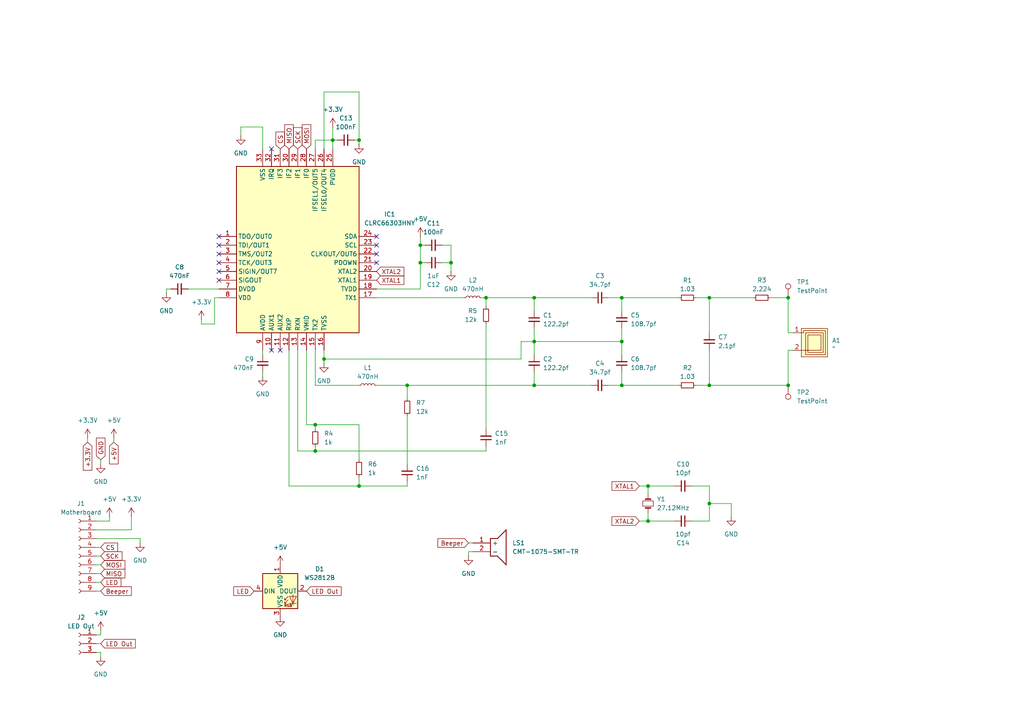
<source format=kicad_sch>
(kicad_sch (version 20250114) (generator "eeschema") (generator_version "9.0")
  (paper "A4")
  (lib_symbols
    (symbol "CLRC663:CLRC66303HNY"
      (property "Reference" "IC" (at 41.91 25.4 0))
      (property "Value" "CLRC66303HNY" (at 41.91 22.86 0))
      (symbol "CLRC66303HNY_1_1"
        (rectangle (start 5.08 20.32) (end 40.64 -27.94) (stroke (width 0.254)) (fill (type background)))
        (pin output line (at 0 0 0) (length 5.08) (name "TDO/OUT0") (number "1"))
        (pin input line (at 0 -2.54 0) (length 5.08) (name "TDI/OUT1") (number "2"))
        (pin input line (at 0 -5.08 0) (length 5.08) (name "TMS/OUT2") (number "3"))
        (pin input line (at 0 -7.62 0) (length 5.08) (name "TCK/OUT3") (number "4"))
        (pin bidirectional line (at 0 -10.16 0) (length 5.08) (name "SIGIN/OUT7") (number "5"))
        (pin output line (at 0 -12.7 0) (length 5.08) (name "SIGOUT") (number "6"))
        (pin power_in line (at 0 -15.24 0) (length 5.08) (name "DVDD") (number "7"))
        (pin power_in line (at 0 -17.78 0) (length 5.08) (name "VDD") (number "8"))
        (pin power_in line (at 12.7 25.4 270) (length 5.08) (name "VSS") (number "33"))
        (pin power_in line (at 12.7 -33.02 90) (length 5.08) (name "AVDD") (number "9"))
        (pin output line (at 15.24 25.4 270) (length 5.08) (name "IRQ") (number "32"))
        (pin output line (at 15.24 -33.02 90) (length 5.08) (name "AUX1") (number "10"))
        (pin bidirectional line (at 17.78 25.4 270) (length 5.08) (name "IF3") (number "31"))
        (pin output line (at 17.78 -33.02 90) (length 5.08) (name "AUX2") (number "11"))
        (pin bidirectional line (at 20.32 25.4 270) (length 5.08) (name "IF2") (number "30"))
        (pin input line (at 20.32 -33.02 90) (length 5.08) (name "RXP") (number "12"))
        (pin bidirectional line (at 22.86 25.4 270) (length 5.08) (name "IF1") (number "29"))
        (pin input line (at 22.86 -33.02 90) (length 5.08) (name "RXN") (number "13"))
        (pin bidirectional line (at 25.4 25.4 270) (length 5.08) (name "IF0") (number "28"))
        (pin power_in line (at 25.4 -33.02 90) (length 5.08) (name "VMID") (number "14"))
        (pin input line (at 27.94 25.4 270) (length 5.08) (name "IFSEL1/OUT5") (number "27"))
        (pin output line (at 27.94 -33.02 90) (length 5.08) (name "TX2") (number "15"))
        (pin input line (at 30.48 25.4 270) (length 5.08) (name "IFSEL0/OUT4") (number "26"))
        (pin power_in line (at 30.48 -33.02 90) (length 5.08) (name "TVSS") (number "16"))
        (pin power_in line (at 33.02 25.4 270) (length 5.08) (name "PVDD") (number "25"))
        (pin bidirectional line (at 45.72 0 180) (length 5.08) (name "SDA") (number "24"))
        (pin output line (at 45.72 -2.54 180) (length 5.08) (name "SCL") (number "23"))
        (pin output line (at 45.72 -5.08 180) (length 5.08) (name "CLKOUT/OUT6") (number "22"))
        (pin input line (at 45.72 -7.62 180) (length 5.08) (name "PDOWN") (number "21"))
        (pin input line (at 45.72 -10.16 180) (length 5.08) (name "XTAL2") (number "20"))
        (pin input line (at 45.72 -12.7 180) (length 5.08) (name "XTAL1") (number "19"))
        (pin power_in line (at 45.72 -15.24 180) (length 5.08) (name "TVDD") (number "18"))
        (pin output line (at 45.72 -17.78 180) (length 5.08) (name "TX1") (number "17"))
      )
    )
    (symbol "CMT-1075-SMT-TR:CMT-1075-SMT-TR"
      (property "Reference" "LS" (at 11.43 0 0))
      (property "Value" "CMT-1075-SMT-TR" (at 11.43 -2.54 0))
      (symbol "CMT-1075-SMT-TR_1_1"
        (polyline (pts (xy 5.08 1.27) (xy 5.08 -3.81)) (stroke (width 0.254)))
        (polyline (pts (xy 5.08 1.27) (xy 7.112 1.27)) (stroke (width 0.254)))
        (polyline (pts (xy 7.112 -3.81) (xy 5.08 -3.81)) (stroke (width 0.254)))
        (polyline (pts (xy 7.112 -3.81) (xy 9.652 -6.35)) (stroke (width 0.254)))
        (polyline (pts (xy 9.652 3.81) (xy 7.112 1.27)) (stroke (width 0.254)))
        (polyline (pts (xy 9.652 3.81) (xy 9.652 -6.35)) (stroke (width 0.254)))
        (pin passive line (at 0 0 0) (length 5.08) (name "+") (number "1"))
        (pin passive line (at 0 -2.54 0) (length 5.08) (name "-") (number "2"))
      )
    )
    (symbol "Connector:Conn_01x03_Socket" (pin_names (offset 1.016) (hide yes))
      (property "Reference" "J" (at 0 5.08 0))
      (property "Value" "Conn_01x03_Socket" (at 0 -5.08 0))
      (symbol "Conn_01x03_Socket_1_1"
        (polyline (pts (xy -1.27 2.54) (xy -0.508 2.54)) (stroke (width 0.1524)))
        (polyline (pts (xy -1.27 0) (xy -0.508 0)) (stroke (width 0.1524)))
        (polyline (pts (xy -1.27 -2.54) (xy -0.508 -2.54)) (stroke (width 0.1524)))
        (arc (start 0 2.032) (mid -0.5058 2.54) (end 0 3.048) (stroke (width 0.1524)))
        (arc (start 0 -0.508) (mid -0.5058 0) (end 0 0.508) (stroke (width 0.1524)))
        (arc (start 0 -3.048) (mid -0.5058 -2.54) (end 0 -2.032) (stroke (width 0.1524)))
        (pin passive line (at -5.08 2.54 0) (length 3.81) (name "Pin_1") (number "1"))
        (pin passive line (at -5.08 0 0) (length 3.81) (name "Pin_2") (number "2"))
        (pin passive line (at -5.08 -2.54 0) (length 3.81) (name "Pin_3") (number "3"))
      )
    )
    (symbol "Connector:Conn_01x09_Socket" (pin_names (offset 1.016) (hide yes))
      (property "Reference" "J" (at 0 12.7 0))
      (property "Value" "Conn_01x09_Socket" (at 0 -12.7 0))
      (symbol "Conn_01x09_Socket_1_1"
        (polyline (pts (xy -1.27 10.16) (xy -0.508 10.16)) (stroke (width 0.1524)))
        (polyline (pts (xy -1.27 7.62) (xy -0.508 7.62)) (stroke (width 0.1524)))
        (polyline (pts (xy -1.27 5.08) (xy -0.508 5.08)) (stroke (width 0.1524)))
        (polyline (pts (xy -1.27 2.54) (xy -0.508 2.54)) (stroke (width 0.1524)))
        (polyline (pts (xy -1.27 0) (xy -0.508 0)) (stroke (width 0.1524)))
        (polyline (pts (xy -1.27 -2.54) (xy -0.508 -2.54)) (stroke (width 0.1524)))
        (polyline (pts (xy -1.27 -5.08) (xy -0.508 -5.08)) (stroke (width 0.1524)))
        (polyline (pts (xy -1.27 -7.62) (xy -0.508 -7.62)) (stroke (width 0.1524)))
        (polyline (pts (xy -1.27 -10.16) (xy -0.508 -10.16)) (stroke (width 0.1524)))
        (arc (start 0 9.652) (mid -0.5058 10.16) (end 0 10.668) (stroke (width 0.1524)))
        (arc (start 0 7.112) (mid -0.5058 7.62) (end 0 8.128) (stroke (width 0.1524)))
        (arc (start 0 4.572) (mid -0.5058 5.08) (end 0 5.588) (stroke (width 0.1524)))
        (arc (start 0 2.032) (mid -0.5058 2.54) (end 0 3.048) (stroke (width 0.1524)))
        (arc (start 0 -0.508) (mid -0.5058 0) (end 0 0.508) (stroke (width 0.1524)))
        (arc (start 0 -3.048) (mid -0.5058 -2.54) (end 0 -2.032) (stroke (width 0.1524)))
        (arc (start 0 -5.588) (mid -0.5058 -5.08) (end 0 -4.572) (stroke (width 0.1524)))
        (arc (start 0 -8.128) (mid -0.5058 -7.62) (end 0 -7.112) (stroke (width 0.1524)))
        (arc (start 0 -10.668) (mid -0.5058 -10.16) (end 0 -9.652) (stroke (width 0.1524)))
        (pin passive line (at -5.08 10.16 0) (length 3.81) (name "Pin_1") (number "1"))
        (pin passive line (at -5.08 7.62 0) (length 3.81) (name "Pin_2") (number "2"))
        (pin passive line (at -5.08 5.08 0) (length 3.81) (name "Pin_3") (number "3"))
        (pin passive line (at -5.08 2.54 0) (length 3.81) (name "Pin_4") (number "4"))
        (pin passive line (at -5.08 0 0) (length 3.81) (name "Pin_5") (number "5"))
        (pin passive line (at -5.08 -2.54 0) (length 3.81) (name "Pin_6") (number "6"))
        (pin passive line (at -5.08 -5.08 0) (length 3.81) (name "Pin_7") (number "7"))
        (pin passive line (at -5.08 -7.62 0) (length 3.81) (name "Pin_8") (number "8"))
        (pin passive line (at -5.08 -10.16 0) (length 3.81) (name "Pin_9") (number "9"))
      )
    )
    (symbol "Connector:TestPoint" (pin_numbers (hide yes)) (pin_names (offset 0.762) (hide yes))
      (property "Reference" "TP" (at 0 6.858 0))
      (property "Value" "TestPoint" (at 0 5.08 0))
      (symbol "TestPoint_0_1"
        (circle (center 0 3.302) (radius 0.762))
      )
      (symbol "TestPoint_1_1"
        (pin passive line (at 0 0 90) (length 2.54) (name "1") (number "1"))
      )
    )
    (symbol "Device:C_Small" (pin_numbers (hide yes)) (pin_names (offset 0.254) (hide yes))
      (property "Reference" "C" (at 0.254 1.778 0))
      (property "Value" "C_Small" (at 0.254 -2.032 0))
      (symbol "C_Small_0_1"
        (polyline (pts (xy -1.524 0.508) (xy 1.524 0.508)) (stroke (width 0.3048)))
        (polyline (pts (xy -1.524 -0.508) (xy 1.524 -0.508)) (stroke (width 0.3302)))
      )
      (symbol "C_Small_1_1"
        (pin passive line (at 0 2.54 270) (length 2.032) (name "~") (number "1"))
        (pin passive line (at 0 -2.54 90) (length 2.032) (name "~") (number "2"))
      )
    )
    (symbol "Device:Crystal_Small" (pin_numbers (hide yes)) (pin_names (offset 1.016) (hide yes))
      (property "Reference" "Y" (at 0 2.54 0))
      (property "Value" "Crystal_Small" (at 0 -2.54 0))
      (symbol "Crystal_Small_0_1"
        (polyline (pts (xy -1.27 -0.762) (xy -1.27 0.762)) (stroke (width 0.381)))
        (rectangle (start -0.762 -1.524) (end 0.762 1.524))
        (polyline (pts (xy 1.27 -0.762) (xy 1.27 0.762)) (stroke (width 0.381)))
      )
      (symbol "Crystal_Small_1_1"
        (pin passive line (at -2.54 0 0) (length 1.27) (name "1") (number "1"))
        (pin passive line (at 2.54 0 180) (length 1.27) (name "2") (number "2"))
      )
    )
    (symbol "Device:L_Small" (pin_numbers (hide yes)) (pin_names (offset 0.254) (hide yes))
      (property "Reference" "L" (at 0.762 1.016 0))
      (property "Value" "L_Small" (at 0.762 -1.016 0))
      (symbol "L_Small_0_1"
        (arc (start 0 2.032) (mid 0.5058 1.524) (end 0 1.016))
        (arc (start 0 1.016) (mid 0.5058 0.508) (end 0 0))
        (arc (start 0 0) (mid 0.5058 -0.508) (end 0 -1.016))
        (arc (start 0 -1.016) (mid 0.5058 -1.524) (end 0 -2.032))
      )
      (symbol "L_Small_1_1"
        (pin passive line (at 0 2.54 270) (length 0.508) (name "~") (number "1"))
        (pin passive line (at 0 -2.54 90) (length 0.508) (name "~") (number "2"))
      )
    )
    (symbol "Device:R_Small" (pin_numbers (hide yes)) (pin_names (offset 0.254) (hide yes))
      (property "Reference" "R" (at 0.762 0.508 0))
      (property "Value" "R_Small" (at 0.762 -1.016 0))
      (symbol "R_Small_0_1"
        (rectangle (start -0.762 1.778) (end 0.762 -1.778) (stroke (width 0.2032)))
      )
      (symbol "R_Small_1_1"
        (pin passive line (at 0 2.54 270) (length 0.762) (name "~") (number "1"))
        (pin passive line (at 0 -2.54 90) (length 0.762) (name "~") (number "2"))
      )
    )
    (symbol "LED:WS2812B" (pin_names (offset 0.254))
      (property "Reference" "D" (at 5.08 5.715 0))
      (property "Value" "WS2812B" (at 1.27 -5.715 0))
      (symbol "WS2812B_0_0"
        (text "RGB" (at 2.286 -4.191 0) (effects (font (size 0.762 0.762))))
      )
      (symbol "WS2812B_0_1"
        (polyline (pts (xy 1.27 -2.54) (xy 1.778 -2.54)))
        (polyline (pts (xy 1.27 -3.556) (xy 1.778 -3.556)))
        (polyline (pts (xy 2.286 -1.524) (xy 1.27 -2.54) (xy 1.27 -2.032)))
        (polyline (pts (xy 2.286 -2.54) (xy 1.27 -3.556) (xy 1.27 -3.048)))
        (polyline (pts (xy 3.683 -1.016) (xy 3.683 -3.556) (xy 3.683 -4.064)))
        (polyline (pts (xy 4.699 -1.524) (xy 2.667 -1.524) (xy 3.683 -3.556) (xy 4.699 -1.524)))
        (polyline (pts (xy 4.699 -3.556) (xy 2.667 -3.556)))
        (rectangle (start 5.08 5.08) (end -5.08 -5.08) (stroke (width 0.254)) (fill (type background)))
      )
      (symbol "WS2812B_1_1"
        (pin input line (at -7.62 0 0) (length 2.54) (name "DIN") (number "4"))
        (pin power_in line (at 0 7.62 270) (length 2.54) (name "VDD") (number "1"))
        (pin power_in line (at 0 -7.62 90) (length 2.54) (name "VSS") (number "3"))
        (pin output line (at 7.62 0 180) (length 2.54) (name "DOUT") (number "2"))
      )
    )
    (symbol "heimdall_symbols:antenna_50x80"
      (property "Reference" "A" (at 0 5.842 0))
      (symbol "antenna_50x80_1_1"
        (rectangle (start 0 3.81) (end 7.62 -4.445) (fill (type background)))
        (polyline (pts (xy 0 2.54) (xy 0.635 2.54) (xy 0.635 3.175) (xy 6.985 3.175) (xy 6.985 -3.81) (xy 1.27 -3.81) (xy 1.27 2.54) (xy 6.35 2.54) (xy 6.35 -3.175) (xy 1.905 -3.175) (xy 1.905 1.905) (xy 5.715 1.905) (xy 5.715 -2.54) (xy 0 -2.54)))
        (pin input line (at -2.54 2.54 0) (length 2.54) (name "") (number "1"))
        (pin input line (at -2.54 -2.54 0) (length 2.54) (name "") (number "2"))
      )
    )
    (symbol "power:+3.3V" (power) (pin_numbers (hide yes)) (pin_names (offset 0) (hide yes))
      (property "Value" "+3.3V" (at 0 3.556 0))
      (symbol "+3.3V_0_1"
        (polyline (pts (xy -0.762 1.27) (xy 0 2.54)))
        (polyline (pts (xy 0 2.54) (xy 0.762 1.27)))
        (polyline (pts (xy 0 0) (xy 0 2.54)))
      )
      (symbol "+3.3V_1_1"
        (pin power_in line (at 0 0 90) (length 0) (name "~") (number "1"))
      )
    )
    (symbol "power:+5V" (power) (pin_numbers (hide yes)) (pin_names (offset 0) (hide yes))
      (property "Value" "+5V" (at 0 3.556 0))
      (symbol "+5V_0_1"
        (polyline (pts (xy -0.762 1.27) (xy 0 2.54)))
        (polyline (pts (xy 0 2.54) (xy 0.762 1.27)))
        (polyline (pts (xy 0 0) (xy 0 2.54)))
      )
      (symbol "+5V_1_1"
        (pin power_in line (at 0 0 90) (length 0) (name "~") (number "1"))
      )
    )
    (symbol "power:GND" (power) (pin_numbers (hide yes)) (pin_names (offset 0) (hide yes))
      (property "Value" "GND" (at 0 -3.81 0))
      (symbol "GND_0_1"
        (polyline (pts (xy 0 0) (xy 0 -1.27) (xy 1.27 -1.27) (xy 0 -2.54) (xy -1.27 -1.27) (xy 0 -1.27)))
      )
      (symbol "GND_1_1"
        (pin power_in line (at 0 0 270) (length 0) (name "~") (number "1"))
      )
    )
  )
  (junction (at 187.96 140.97))
  (junction (at 118.11 111.76))
  (junction (at 91.44 123.19))
  (junction (at 180.34 111.76))
  (junction (at 93.98 104.14))
  (junction (at 154.94 111.76))
  (junction (at 154.94 99.06))
  (junction (at 180.34 86.36))
  (junction (at 205.74 146.05))
  (junction (at 205.74 86.36))
  (junction (at 121.92 76.2))
  (junction (at 104.14 140.97))
  (junction (at 104.14 40.64))
  (junction (at 140.97 86.36))
  (junction (at 187.96 151.13))
  (junction (at 96.52 40.64))
  (junction (at 121.92 71.12))
  (junction (at 205.74 111.76))
  (junction (at 130.81 76.2))
  (junction (at 91.44 130.81))
  (junction (at 154.94 86.36))
  (junction (at 180.34 99.06))
  (junction (at 228.6 111.76))
  (junction (at 228.6 86.36))
  (no_connect (at 63.5 78.74))
  (no_connect (at 63.5 81.28))
  (no_connect (at 109.22 71.12))
  (no_connect (at 78.74 43.18))
  (no_connect (at 109.22 73.66))
  (no_connect (at 109.22 68.58))
  (no_connect (at 81.28 101.6))
  (no_connect (at 109.22 76.2))
  (no_connect (at 78.74 101.6))
  (no_connect (at 63.5 71.12))
  (no_connect (at 63.5 73.66))
  (no_connect (at 63.5 68.58))
  (no_connect (at 63.5 76.2))
  (wire (pts (xy 69.85 36.83) (xy 69.85 39.37)))
  (wire (pts (xy 187.96 151.13) (xy 195.58 151.13)))
  (wire (pts (xy 49.53 83.82) (xy 48.26 83.82)))
  (wire (pts (xy 29.21 166.37) (xy 27.94 166.37)))
  (wire (pts (xy 180.34 95.25) (xy 180.34 99.06)))
  (wire (pts (xy 76.2 43.18) (xy 76.2 36.83)))
  (wire (pts (xy 187.96 148.59) (xy 187.96 151.13)))
  (wire (pts (xy 29.21 161.29) (xy 27.94 161.29)))
  (wire (pts (xy 91.44 111.76) (xy 104.14 111.76)))
  (wire (pts (xy 29.21 163.83) (xy 27.94 163.83)))
  (wire (pts (xy 205.74 146.05) (xy 205.74 151.13)))
  (wire (pts (xy 121.92 76.2) (xy 123.19 76.2)))
  (wire (pts (xy 63.5 86.36) (xy 62.23 86.36)))
  (wire (pts (xy 205.74 111.76) (xy 228.6 111.76)))
  (wire (pts (xy 29.21 171.45) (xy 27.94 171.45)))
  (wire (pts (xy 27.94 151.13) (xy 31.75 151.13)))
  (wire (pts (xy 104.14 140.97) (xy 118.11 140.97)))
  (wire (pts (xy 154.94 111.76) (xy 171.45 111.76)))
  (wire (pts (xy 76.2 36.83) (xy 69.85 36.83)))
  (wire (pts (xy 187.96 140.97) (xy 187.96 143.51)))
  (wire (pts (xy 140.97 86.36) (xy 140.97 88.9)))
  (wire (pts (xy 212.09 146.05) (xy 205.74 146.05)))
  (wire (pts (xy 205.74 101.6) (xy 205.74 111.76)))
  (wire (pts (xy 185.42 140.97) (xy 187.96 140.97)))
  (wire (pts (xy 140.97 86.36) (xy 154.94 86.36)))
  (wire (pts (xy 62.23 86.36) (xy 62.23 93.98)))
  (wire (pts (xy 109.22 111.76) (xy 118.11 111.76)))
  (wire (pts (xy 27.94 189.23) (xy 29.21 189.23)))
  (wire (pts (xy 154.94 86.36) (xy 171.45 86.36)))
  (wire (pts (xy 180.34 107.95) (xy 180.34 111.76)))
  (wire (pts (xy 104.14 138.43) (xy 104.14 140.97)))
  (wire (pts (xy 187.96 140.97) (xy 195.58 140.97)))
  (wire (pts (xy 151.13 99.06) (xy 154.94 99.06)))
  (wire (pts (xy 93.98 105.41) (xy 93.98 104.14)))
  (wire (pts (xy 29.21 182.88) (xy 29.21 184.15)))
  (wire (pts (xy 140.97 129.54) (xy 140.97 130.81)))
  (wire (pts (xy 135.89 160.02) (xy 135.89 161.29)))
  (wire (pts (xy 139.7 86.36) (xy 140.97 86.36)))
  (wire (pts (xy 29.21 189.23) (xy 29.21 190.5)))
  (wire (pts (xy 151.13 99.06) (xy 151.13 104.14)))
  (wire (pts (xy 140.97 93.98) (xy 140.97 124.46)))
  (wire (pts (xy 33.02 128.27) (xy 33.02 127)))
  (wire (pts (xy 154.94 86.36) (xy 154.94 90.17)))
  (wire (pts (xy 96.52 36.83) (xy 96.52 40.64)))
  (wire (pts (xy 176.53 86.36) (xy 180.34 86.36)))
  (wire (pts (xy 76.2 107.95) (xy 76.2 109.22)))
  (wire (pts (xy 93.98 26.67) (xy 104.14 26.67)))
  (wire (pts (xy 118.11 111.76) (xy 118.11 115.57)))
  (wire (pts (xy 76.2 101.6) (xy 76.2 102.87)))
  (wire (pts (xy 118.11 120.65) (xy 118.11 134.62)))
  (wire (pts (xy 29.21 186.69) (xy 27.94 186.69)))
  (wire (pts (xy 97.79 40.64) (xy 96.52 40.64)))
  (wire (pts (xy 104.14 123.19) (xy 104.14 133.35)))
  (wire (pts (xy 91.44 101.6) (xy 91.44 111.76)))
  (wire (pts (xy 137.16 160.02) (xy 135.89 160.02)))
  (wire (pts (xy 91.44 43.18) (xy 91.44 40.64)))
  (wire (pts (xy 86.36 101.6) (xy 86.36 130.81)))
  (wire (pts (xy 29.21 133.35) (xy 29.21 134.62)))
  (wire (pts (xy 86.36 130.81) (xy 91.44 130.81)))
  (wire (pts (xy 88.9 123.19) (xy 91.44 123.19)))
  (wire (pts (xy 135.89 157.48) (xy 137.16 157.48)))
  (wire (pts (xy 228.6 86.36) (xy 223.52 86.36)))
  (wire (pts (xy 31.75 151.13) (xy 31.75 149.86)))
  (wire (pts (xy 180.34 86.36) (xy 196.85 86.36)))
  (wire (pts (xy 154.94 95.25) (xy 154.94 99.06)))
  (wire (pts (xy 154.94 107.95) (xy 154.94 111.76)))
  (wire (pts (xy 229.87 101.6) (xy 228.6 101.6)))
  (wire (pts (xy 91.44 123.19) (xy 104.14 123.19)))
  (wire (pts (xy 200.66 140.97) (xy 205.74 140.97)))
  (wire (pts (xy 109.22 86.36) (xy 134.62 86.36)))
  (wire (pts (xy 121.92 76.2) (xy 121.92 71.12)))
  (wire (pts (xy 176.53 111.76) (xy 180.34 111.76)))
  (wire (pts (xy 83.82 101.6) (xy 83.82 140.97)))
  (wire (pts (xy 83.82 140.97) (xy 104.14 140.97)))
  (wire (pts (xy 229.87 96.52) (xy 228.6 96.52)))
  (wire (pts (xy 88.9 101.6) (xy 88.9 123.19)))
  (wire (pts (xy 180.34 111.76) (xy 196.85 111.76)))
  (wire (pts (xy 180.34 99.06) (xy 180.34 102.87)))
  (wire (pts (xy 228.6 101.6) (xy 228.6 111.76)))
  (wire (pts (xy 104.14 26.67) (xy 104.14 40.64)))
  (wire (pts (xy 154.94 99.06) (xy 154.94 102.87)))
  (wire (pts (xy 130.81 78.74) (xy 130.81 76.2)))
  (wire (pts (xy 91.44 129.54) (xy 91.44 130.81)))
  (wire (pts (xy 93.98 101.6) (xy 93.98 104.14)))
  (wire (pts (xy 154.94 99.06) (xy 180.34 99.06)))
  (wire (pts (xy 121.92 83.82) (xy 121.92 76.2)))
  (wire (pts (xy 128.27 71.12) (xy 130.81 71.12)))
  (wire (pts (xy 205.74 86.36) (xy 205.74 96.52)))
  (wire (pts (xy 48.26 83.82) (xy 48.26 85.09)))
  (wire (pts (xy 130.81 71.12) (xy 130.81 76.2)))
  (wire (pts (xy 29.21 168.91) (xy 27.94 168.91)))
  (wire (pts (xy 27.94 156.21) (xy 40.64 156.21)))
  (wire (pts (xy 109.22 83.82) (xy 121.92 83.82)))
  (wire (pts (xy 54.61 83.82) (xy 63.5 83.82)))
  (wire (pts (xy 58.42 93.98) (xy 58.42 92.71)))
  (wire (pts (xy 38.1 153.67) (xy 38.1 149.86)))
  (wire (pts (xy 93.98 43.18) (xy 93.98 26.67)))
  (wire (pts (xy 25.4 128.27) (xy 25.4 127)))
  (wire (pts (xy 205.74 151.13) (xy 200.66 151.13)))
  (wire (pts (xy 180.34 86.36) (xy 180.34 90.17)))
  (wire (pts (xy 130.81 76.2) (xy 128.27 76.2)))
  (wire (pts (xy 118.11 111.76) (xy 154.94 111.76)))
  (wire (pts (xy 29.21 184.15) (xy 27.94 184.15)))
  (wire (pts (xy 93.98 104.14) (xy 151.13 104.14)))
  (wire (pts (xy 40.64 156.21) (xy 40.64 157.48)))
  (wire (pts (xy 62.23 93.98) (xy 58.42 93.98)))
  (wire (pts (xy 91.44 130.81) (xy 140.97 130.81)))
  (wire (pts (xy 121.92 71.12) (xy 121.92 68.58)))
  (wire (pts (xy 228.6 96.52) (xy 228.6 86.36)))
  (wire (pts (xy 205.74 86.36) (xy 218.44 86.36)))
  (wire (pts (xy 96.52 40.64) (xy 96.52 43.18)))
  (wire (pts (xy 29.21 158.75) (xy 27.94 158.75)))
  (wire (pts (xy 91.44 123.19) (xy 91.44 124.46)))
  (wire (pts (xy 201.93 111.76) (xy 205.74 111.76)))
  (wire (pts (xy 91.44 40.64) (xy 96.52 40.64)))
  (wire (pts (xy 185.42 151.13) (xy 187.96 151.13)))
  (wire (pts (xy 212.09 149.86) (xy 212.09 146.05)))
  (wire (pts (xy 121.92 71.12) (xy 123.19 71.12)))
  (wire (pts (xy 118.11 139.7) (xy 118.11 140.97)))
  (wire (pts (xy 27.94 153.67) (xy 38.1 153.67)))
  (wire (pts (xy 201.93 86.36) (xy 205.74 86.36)))
  (wire (pts (xy 104.14 41.91) (xy 104.14 40.64)))
  (wire (pts (xy 104.14 40.64) (xy 102.87 40.64)))
  (wire (pts (xy 205.74 140.97) (xy 205.74 146.05)))
  (global_label "LED" (shape input) (at 73.66 171.45 180) (property "Intersheetrefs" "${INTERSHEET_REFS}" (effects (hide yes))))
  (global_label "XTAL2" (shape input) (at 185.42 151.13 180) (property "Intersheetrefs" "${INTERSHEET_REFS}" (effects (hide yes))))
  (global_label "+5V" (shape input) (at 33.02 128.27 270) (property "Intersheetrefs" "${INTERSHEET_REFS}" (effects (hide yes))))
  (global_label "Beeper" (shape input) (at 135.89 157.48 180) (property "Intersheetrefs" "${INTERSHEET_REFS}" (effects (hide yes))))
  (global_label "GND" (shape input) (at 29.21 133.35 90) (property "Intersheetrefs" "${INTERSHEET_REFS}" (effects (hide yes))))
  (global_label "Beeper" (shape input) (at 29.21 171.45 0) (property "Intersheetrefs" "${INTERSHEET_REFS}" (effects (hide yes))))
  (global_label "SCK" (shape input) (at 29.21 161.29 0) (property "Intersheetrefs" "${INTERSHEET_REFS}" (effects (hide yes))))
  (global_label "SCK" (shape input) (at 86.36 43.18 90) (property "Intersheetrefs" "${INTERSHEET_REFS}" (effects (hide yes))))
  (global_label "LED" (shape input) (at 29.21 168.91 0) (property "Intersheetrefs" "${INTERSHEET_REFS}" (effects (hide yes))))
  (global_label "XTAL1" (shape input) (at 109.22 81.28 0) (property "Intersheetrefs" "${INTERSHEET_REFS}" (effects (hide yes))))
  (global_label "CS" (shape input) (at 81.28 43.18 90) (property "Intersheetrefs" "${INTERSHEET_REFS}" (effects (hide yes))))
  (global_label "XTAL1" (shape input) (at 185.42 140.97 180) (property "Intersheetrefs" "${INTERSHEET_REFS}" (effects (hide yes))))
  (global_label "+3.3V" (shape input) (at 25.4 128.27 270) (property "Intersheetrefs" "${INTERSHEET_REFS}" (effects (hide yes))))
  (global_label "LED Out" (shape input) (at 88.9 171.45 0) (property "Intersheetrefs" "${INTERSHEET_REFS}" (effects (hide yes))))
  (global_label "MISO" (shape input) (at 83.82 43.18 90) (property "Intersheetrefs" "${INTERSHEET_REFS}" (effects (hide yes))))
  (global_label "XTAL2" (shape input) (at 109.22 78.74 0) (property "Intersheetrefs" "${INTERSHEET_REFS}" (effects (hide yes))))
  (global_label "CS" (shape input) (at 29.21 158.75 0) (property "Intersheetrefs" "${INTERSHEET_REFS}" (effects (hide yes))))
  (global_label "MOSI" (shape input) (at 29.21 163.83 0) (property "Intersheetrefs" "${INTERSHEET_REFS}" (effects (hide yes))))
  (global_label "LED Out" (shape input) (at 29.21 186.69 0) (property "Intersheetrefs" "${INTERSHEET_REFS}" (effects (hide yes))))
  (global_label "MISO" (shape input) (at 29.21 166.37 0) (property "Intersheetrefs" "${INTERSHEET_REFS}" (effects (hide yes))))
  (global_label "MOSI" (shape input) (at 88.9 43.18 90) (property "Intersheetrefs" "${INTERSHEET_REFS}" (effects (hide yes))))
  (symbol (lib_id "power:GND") (at 29.21 190.5 0) (unit 1)
    (property "Reference" "#PWR09" (effects (hide yes)))
    (property "Value" "GND" (at 29.21 195.58 0))
    (property "Description" "Power symbol creates a global label with name \"GND\" , ground" (effects (hide yes)))
  )
  (symbol (lib_id "Device:R_Small") (at 91.44 127 180) (unit 1)
    (property "Reference" "R4" (at 93.98 125.7299 0) (effects (justify right)))
    (property "Value" "1k" (at 93.98 128.2699 0) (effects (justify right)))
    (property "Footprint" "Resistor_SMD:R_0805_2012Metric_Pad1.20x1.40mm_HandSolder" (effects (hide yes)))
    (property "Datasheet" "https://www.mouser.com/ProductDetail/Vishay/TNPW08051K00FEEA?qs=4CveT0Ftx0oXPRWW%252BDtRJw%3D%3D" (effects (hide yes)))
    (property "Description" "Resistor, small symbol" (effects (hide yes)))
  )
  (symbol (lib_id "Device:C_Small") (at 173.99 86.36 90) (unit 1)
    (property "Reference" "C3" (at 173.9963 80.01 90))
    (property "Value" "34.7pf" (at 173.9963 82.55 90))
    (property "Footprint" "Capacitor_SMD:C_0805_2012Metric_Pad1.18x1.45mm_HandSolder" (effects (hide yes)))
    (property "Datasheet" "https://www.mouser.com/ProductDetail/KEMET/C0805C330J5RACTU?qs=tkIRCsln7%2F6OV6BYW6dXyA%3D%3D" (effects (hide yes)))
    (property "Description" "Unpolarized capacitor, small symbol" (effects (hide yes)))
  )
  (symbol (lib_id "power:+3.3V") (at 25.4 127 0) (unit 1)
    (property "Reference" "#PWR05" (effects (hide yes)))
    (property "Value" "+3.3V" (at 25.4 121.92 0))
    (property "Description" "Power symbol creates a global label with name \"+3.3V\"" (effects (hide yes)))
  )
  (symbol (lib_id "Device:L_Small") (at 106.68 111.76 90) (unit 1)
    (property "Reference" "L1" (at 106.68 106.68 90))
    (property "Value" "470nH" (at 106.68 109.22 90))
    (property "Footprint" "Inductor_SMD:L_0805_2012Metric_Pad1.15x1.40mm_HandSolder" (effects (hide yes)))
    (property "Datasheet" "https://www.mouser.com/ProductDetail/Eaton-Electronics/MCL2012V2-471-R?qs=uwxL4vQweFP%252B2BrSw%2Fj1Ew%3D%3D" (effects (hide yes)))
    (property "Description" "Inductor, small symbol" (effects (hide yes)))
  )
  (symbol (lib_id "power:GND") (at 93.98 105.41 0) (unit 1)
    (property "Reference" "#PWR020" (effects (hide yes)))
    (property "Value" "GND" (at 93.98 110.49 0))
    (property "Description" "Power symbol creates a global label with name \"GND\" , ground" (effects (hide yes)))
  )
  (symbol (lib_id "power:+5V") (at 121.92 68.58 0) (unit 1)
    (property "Reference" "#PWR015" (effects (hide yes)))
    (property "Value" "+5V" (at 121.92 63.5 0))
    (property "Description" "Power symbol creates a global label with name \"+5V\"" (effects (hide yes)))
  )
  (symbol (lib_id "Device:C_Small") (at 76.2 105.41 0) (mirror y) (unit 1)
    (property "Reference" "C9" (at 73.66 104.1462 0) (effects (justify left)))
    (property "Value" "470nF" (at 73.66 106.6862 0) (effects (justify left)))
    (property "Footprint" "Capacitor_SMD:C_0805_2012Metric_Pad1.18x1.45mm_HandSolder" (effects (hide yes)))
    (property "Datasheet" "https://www.mouser.com/ProductDetail/KEMET/C0805C474J5REC7210?qs=55YtniHzbhBIB%252B2OjgsYHA%3D%3D" (effects (hide yes)))
    (property "Description" "Unpolarized capacitor, small symbol" (effects (hide yes)))
  )
  (symbol (lib_id "power:GND") (at 69.85 39.37 0) (unit 1)
    (property "Reference" "#PWR017" (effects (hide yes)))
    (property "Value" "GND" (at 69.85 44.45 0))
    (property "Description" "Power symbol creates a global label with name \"GND\" , ground" (effects (hide yes)))
  )
  (symbol (lib_id "power:+5V") (at 29.21 182.88 0) (unit 1)
    (property "Reference" "#PWR08" (effects (hide yes)))
    (property "Value" "+5V" (at 29.21 177.8 0))
    (property "Description" "Power symbol creates a global label with name \"+5V\"" (effects (hide yes)))
  )
  (symbol (lib_id "power:GND") (at 81.28 179.07 0) (unit 1)
    (property "Reference" "#PWR06" (effects (hide yes)))
    (property "Value" "GND" (at 81.28 184.15 0))
    (property "Description" "Power symbol creates a global label with name \"GND\" , ground" (effects (hide yes)))
  )
  (symbol (lib_id "Device:C_Small") (at 198.12 140.97 90) (unit 1)
    (property "Reference" "C10" (at 198.1263 134.62 90))
    (property "Value" "10pf" (at 198.1263 137.16 90))
    (property "Footprint" "Capacitor_SMD:C_0805_2012Metric_Pad1.18x1.45mm_HandSolder" (effects (hide yes)))
    (property "Datasheet" "https://www.mouser.com/ProductDetail/KEMET/C0805C100J5RACTU?qs=1JqqoYsYnNenNYMyFue%2FYw%3D%3D" (effects (hide yes)))
    (property "Description" "Unpolarized capacitor, small symbol" (effects (hide yes)))
  )
  (symbol (lib_id "Device:C_Small") (at 205.74 99.06 180) (unit 1)
    (property "Reference" "C7" (at 208.28 97.7835 0) (effects (justify right)))
    (property "Value" "2.1pf" (at 208.28 100.3235 0) (effects (justify right)))
    (property "Footprint" "Capacitor_SMD:C_0805_2012Metric_Pad1.18x1.45mm_HandSolder" (effects (hide yes)))
    (property "Datasheet" "https://www.mouser.com/ProductDetail/KYOCERA-AVX/08055C2R7KAT2A?qs=u4fy%2FsgLU9OCNE0ypH9Owg%3D%3D" (effects (hide yes)))
    (property "Description" "Unpolarized capacitor, small symbol" (effects (hide yes)))
  )
  (symbol (lib_id "power:+3.3V") (at 38.1 149.86 0) (unit 1)
    (property "Reference" "#PWR011" (effects (hide yes)))
    (property "Value" "+3.3V" (at 38.1 144.78 0))
    (property "Description" "Power symbol creates a global label with name \"+3.3V\"" (effects (hide yes)))
  )
  (symbol (lib_id "power:GND") (at 104.14 41.91 0) (unit 1)
    (property "Reference" "#PWR019" (effects (hide yes)))
    (property "Value" "GND" (at 104.14 46.99 0))
    (property "Description" "Power symbol creates a global label with name \"GND\" , ground" (effects (hide yes)))
  )
  (symbol (lib_id "power:GND") (at 76.2 109.22 0) (unit 1)
    (property "Reference" "#PWR03" (effects (hide yes)))
    (property "Value" "GND" (at 76.2 114.3 0))
    (property "Description" "Power symbol creates a global label with name \"GND\" , ground" (effects (hide yes)))
  )
  (symbol (lib_id "power:+3.3V") (at 96.52 36.83 0) (unit 1)
    (property "Reference" "#PWR014" (effects (hide yes)))
    (property "Value" "+3.3V" (at 96.52 31.75 0))
    (property "Description" "Power symbol creates a global label with name \"+3.3V\"" (effects (hide yes)))
  )
  (symbol (lib_id "power:GND") (at 135.89 161.29 0) (unit 1)
    (property "Reference" "#PWR021" (effects (hide yes)))
    (property "Value" "GND" (at 135.89 166.37 0))
    (property "Description" "Power symbol creates a global label with name \"GND\" , ground" (effects (hide yes)))
  )
  (symbol (lib_id "power:+3.3V") (at 58.42 92.71 0) (unit 1)
    (property "Reference" "#PWR013" (effects (hide yes)))
    (property "Value" "+3.3V" (at 58.42 87.63 0))
    (property "Description" "Power symbol creates a global label with name \"+3.3V\"" (effects (hide yes)))
  )
  (symbol (lib_id "CMT-1075-SMT-TR:CMT-1075-SMT-TR") (at 137.16 157.48 0) (unit 1)
    (property "Reference" "LS1" (at 148.59 157.4799 0) (effects (justify left)))
    (property "Value" "CMT-1075-SMT-TR" (at 148.59 160.0199 0) (effects (justify left)))
    (property "Footprint" "CMT1075SMTTR" (effects (hide yes)))
    (property "Datasheet" "https://www.sameskydevices.com/product/resource/cmt-1075-smt-tr.pdf" (effects (hide yes)))
    (property "Description" "10 mm, 25 V, 75 dB, Surface Mount (SMT), Piezo Audio Transducer Buzzer" (effects (hide yes)))
    (property "Height" "3.6" (effects (hide yes)))
    (property "Mouser Part Number" "490-CMT-1075-SMT-TR" (effects (hide yes)))
    (property "Mouser Price/Stock" "https://www.mouser.co.uk/ProductDetail/Same-Sky/CMT-1075-SMT-TR?qs=WyjlAZoYn50V549TUJy5UQ%3D%3D" (effects (hide yes)))
    (property "Manufacturer_Name" "Same Sky" (effects (hide yes)))
    (property "Manufacturer_Part_Number" "CMT-1075-SMT-TR" (effects (hide yes)))
  )
  (symbol (lib_id "power:+5V") (at 81.28 163.83 0) (unit 1)
    (property "Reference" "#PWR07" (effects (hide yes)))
    (property "Value" "+5V" (at 81.28 158.75 0))
    (property "Description" "Power symbol creates a global label with name \"+5V\"" (effects (hide yes)))
  )
  (symbol (lib_id "Device:R_Small") (at 199.39 111.76 90) (unit 1)
    (property "Reference" "R2" (at 199.39 106.68 90))
    (property "Value" "1.03" (at 199.39 109.22 90))
    (property "Footprint" "Resistor_SMD:R_0805_2012Metric_Pad1.20x1.40mm_HandSolder" (effects (hide yes)))
    (property "Datasheet" "https://www.mouser.com/ProductDetail/Vishay-Beyschlag/MCU08050C1008FP500?qs=hjSuqQECij8hNoM91KSgNA%3D%3D" (effects (hide yes)))
    (property "Description" "Resistor, small symbol" (effects (hide yes)))
  )
  (symbol (lib_id "power:GND") (at 29.21 134.62 0) (unit 1)
    (property "Reference" "#PWR01" (effects (hide yes)))
    (property "Value" "GND" (at 29.21 139.7 0))
    (property "Description" "Power symbol creates a global label with name \"GND\" , ground" (effects (hide yes)))
  )
  (symbol (lib_id "Device:L_Small") (at 137.16 86.36 90) (unit 1)
    (property "Reference" "L2" (at 137.16 81.28 90))
    (property "Value" "470nH" (at 137.16 83.82 90))
    (property "Footprint" "Inductor_SMD:L_0805_2012Metric_Pad1.15x1.40mm_HandSolder" (effects (hide yes)))
    (property "Datasheet" "https://www.mouser.com/ProductDetail/Eaton-Electronics/MCL2012V2-471-R?qs=uwxL4vQweFP%252B2BrSw%2Fj1Ew%3D%3D" (effects (hide yes)))
    (property "Description" "Inductor, small symbol" (effects (hide yes)))
  )
  (symbol (lib_id "LED:WS2812B") (at 81.28 171.45 0) (unit 1)
    (property "Reference" "D1" (at 92.71 165.0298 0))
    (property "Value" "WS2812B" (at 92.71 167.5698 0))
    (property "Footprint" "LED_SMD:LED_WS2812B_PLCC4_5.0x5.0mm_P3.2mm" (effects (hide yes)))
    (property "Datasheet" "https://cdn-shop.adafruit.com/datasheets/WS2812B.pdf" (effects (hide yes)))
    (property "Description" "RGB LED with integrated controller" (effects (hide yes)))
  )
  (symbol (lib_id "power:GND") (at 40.64 157.48 0) (unit 1)
    (property "Reference" "#PWR012" (effects (hide yes)))
    (property "Value" "GND" (at 40.64 162.56 0))
    (property "Description" "Power symbol creates a global label with name \"GND\" , ground" (effects (hide yes)))
  )
  (symbol (lib_id "Connector:Conn_01x09_Socket") (at 22.86 161.29 0) (mirror y) (unit 1)
    (property "Reference" "J1" (at 23.495 146.05 0))
    (property "Value" "Motherboard" (at 23.495 148.59 0))
    (property "Footprint" "Connector_PinHeader_2.54mm:PinHeader_1x09_P2.54mm_Vertical" (effects (hide yes)))
    (property "Description" "Generic connector, single row, 01x09, script generated" (effects (hide yes)))
  )
  (symbol (lib_id "Device:C_Small") (at 100.33 40.64 90) (unit 1)
    (property "Reference" "C13" (at 100.3363 34.29 90))
    (property "Value" "100nF" (at 100.3363 36.83 90))
    (property "Footprint" "Capacitor_SMD:C_0805_2012Metric_Pad1.18x1.45mm_HandSolder" (effects (hide yes)))
    (property "Datasheet" "https://www.mouser.com/ProductDetail/KEMET/C0805C104J5RACTU?qs=gbgtKHXraGH15GhoNPXHBg%3D%3D" (effects (hide yes)))
    (property "Description" "Unpolarized capacitor, small symbol" (effects (hide yes)))
  )
  (symbol (lib_id "Device:C_Small") (at 154.94 92.71 0) (unit 1)
    (property "Reference" "C1" (at 157.48 91.4462 0) (effects (justify left)))
    (property "Value" "122.2pf" (at 157.48 93.9862 0) (effects (justify left)))
    (property "Footprint" "Capacitor_SMD:C_0805_2012Metric_Pad1.18x1.45mm_HandSolder" (effects (hide yes)))
    (property "Datasheet" "https://www.mouser.com/ProductDetail/KEMET/C0805C121J5RACTU?qs=1oZ34yXfdDShLl8GctHH3g%3D%3D" (effects (hide yes)))
    (property "Description" "Unpolarized capacitor, small symbol" (effects (hide yes)))
  )
  (symbol (lib_id "Device:C_Small") (at 198.12 151.13 270) (unit 1)
    (property "Reference" "C14" (at 198.1137 157.48 90))
    (property "Value" "10pf" (at 198.1137 154.94 90))
    (property "Footprint" "Capacitor_SMD:C_0805_2012Metric_Pad1.18x1.45mm_HandSolder" (effects (hide yes)))
    (property "Datasheet" "https://www.mouser.com/ProductDetail/KEMET/C0805C100J5RACTU?qs=1JqqoYsYnNenNYMyFue%2FYw%3D%3D" (effects (hide yes)))
    (property "Description" "Unpolarized capacitor, small symbol" (effects (hide yes)))
  )
  (symbol (lib_id "Device:R_Small") (at 140.97 91.44 0) (mirror x) (unit 1)
    (property "Reference" "R5" (at 138.43 90.1699 0) (effects (justify right)))
    (property "Value" "12k" (at 138.43 92.7099 0) (effects (justify right)))
    (property "Footprint" "Resistor_SMD:R_0805_2012Metric_Pad1.20x1.40mm_HandSolder" (effects (hide yes)))
    (property "Datasheet" "https://www.mouser.com/ProductDetail/Vishay-Beyschlag/MCU08050C1202FP500?qs=AQAM1KSmsrkMEKDulr6VYQ%3D%3D" (effects (hide yes)))
    (property "Description" "Resistor, small symbol" (effects (hide yes)))
  )
  (symbol (lib_id "Device:C_Small") (at 140.97 127 180) (unit 1)
    (property "Reference" "C15" (at 143.51 125.7235 0) (effects (justify right)))
    (property "Value" "1nF" (at 143.51 128.2635 0) (effects (justify right)))
    (property "Footprint" "Capacitor_SMD:C_0805_2012Metric_Pad1.18x1.45mm_HandSolder" (effects (hide yes)))
    (property "Datasheet" "https://www.mouser.com/ProductDetail/KYOCERA-AVX/08055C102JAT4A?qs=ykEKLGTiBcyfRhiaKOR2RA%3D%3D" (effects (hide yes)))
    (property "Description" "Unpolarized capacitor, small symbol" (effects (hide yes)))
  )
  (symbol (lib_id "Device:C_Small") (at 180.34 92.71 180) (unit 1)
    (property "Reference" "C5" (at 182.88 91.4335 0) (effects (justify right)))
    (property "Value" "108.7pf" (at 182.88 93.9735 0) (effects (justify right)))
    (property "Footprint" "Capacitor_SMD:C_0805_2012Metric_Pad1.18x1.45mm_HandSolder" (effects (hide yes)))
    (property "Datasheet" "https://www.mouser.com/ProductDetail/KYOCERA-AVX/08055C101JAT2A?qs=MSu0wYY2Hy%252BnoTEBdXqHHg%3D%3D" (effects (hide yes)))
    (property "Description" "Unpolarized capacitor, small symbol" (effects (hide yes)))
  )
  (symbol (lib_id "power:+5V") (at 31.75 149.86 0) (unit 1)
    (property "Reference" "#PWR010" (effects (hide yes)))
    (property "Value" "+5V" (at 31.75 144.78 0))
    (property "Description" "Power symbol creates a global label with name \"+5V\"" (effects (hide yes)))
  )
  (symbol (lib_id "power:GND") (at 130.81 78.74 0) (unit 1)
    (property "Reference" "#PWR018" (effects (hide yes)))
    (property "Value" "GND" (at 130.81 83.82 0))
    (property "Description" "Power symbol creates a global label with name \"GND\" , ground" (effects (hide yes)))
  )
  (symbol (lib_id "Device:C_Small") (at 118.11 137.16 180) (unit 1)
    (property "Reference" "C16" (at 120.65 135.8835 0) (effects (justify right)))
    (property "Value" "1nF" (at 120.65 138.4235 0) (effects (justify right)))
    (property "Footprint" "Capacitor_SMD:C_0805_2012Metric_Pad1.18x1.45mm_HandSolder" (effects (hide yes)))
    (property "Datasheet" "https://www.mouser.com/ProductDetail/KYOCERA-AVX/08055C102JAT4A?qs=ykEKLGTiBcyfRhiaKOR2RA%3D%3D" (effects (hide yes)))
    (property "Description" "Unpolarized capacitor, small symbol" (effects (hide yes)))
  )
  (symbol (lib_id "Device:C_Small") (at 125.73 71.12 90) (unit 1)
    (property "Reference" "C11" (at 125.7363 64.77 90))
    (property "Value" "100nF" (at 125.7363 67.31 90))
    (property "Footprint" "Capacitor_SMD:C_0805_2012Metric_Pad1.18x1.45mm_HandSolder" (effects (hide yes)))
    (property "Datasheet" "https://www.mouser.com/ProductDetail/KEMET/C0805C104J5RACTU?qs=gbgtKHXraGH15GhoNPXHBg%3D%3D" (effects (hide yes)))
    (property "Description" "Unpolarized capacitor, small symbol" (effects (hide yes)))
  )
  (symbol (lib_id "Device:R_Small") (at 118.11 118.11 180) (unit 1)
    (property "Reference" "R7" (at 120.65 116.8399 0) (effects (justify right)))
    (property "Value" "12k" (at 120.65 119.3799 0) (effects (justify right)))
    (property "Footprint" "Resistor_SMD:R_0805_2012Metric_Pad1.20x1.40mm_HandSolder" (effects (hide yes)))
    (property "Datasheet" "https://www.mouser.com/ProductDetail/Vishay-Beyschlag/MCU08050C1202FP500?qs=AQAM1KSmsrkMEKDulr6VYQ%3D%3D" (effects (hide yes)))
    (property "Description" "Resistor, small symbol" (effects (hide yes)))
  )
  (symbol (lib_id "Device:R_Small") (at 199.39 86.36 90) (unit 1)
    (property "Reference" "R1" (at 199.39 81.28 90))
    (property "Value" "1.03" (at 199.39 83.82 90))
    (property "Footprint" "Resistor_SMD:R_0805_2012Metric_Pad1.20x1.40mm_HandSolder" (effects (hide yes)))
    (property "Datasheet" "https://www.mouser.com/ProductDetail/Vishay-Beyschlag/MCU08050C1008FP500?qs=hjSuqQECij8hNoM91KSgNA%3D%3D" (effects (hide yes)))
    (property "Description" "Resistor, small symbol" (effects (hide yes)))
  )
  (symbol (lib_id "heimdall_symbols:antenna_50x80") (at 232.41 99.06 0) (unit 1)
    (property "Reference" "A1" (at 241.3 98.7424 0) (effects (justify left)))
    (property "Value" "~" (at 241.3 100.6475 0) (effects (justify left)))
    (property "Footprint" "Heimdall:Anetnna_50x80" (effects (hide yes)))
  )
  (symbol (lib_id "Device:C_Small") (at 173.99 111.76 90) (unit 1)
    (property "Reference" "C4" (at 173.9963 105.41 90))
    (property "Value" "34.7pf" (at 173.9963 107.95 90))
    (property "Footprint" "Capacitor_SMD:C_0805_2012Metric_Pad1.18x1.45mm_HandSolder" (effects (hide yes)))
    (property "Datasheet" "https://www.mouser.com/ProductDetail/KEMET/C0805C330J5RACTU?qs=tkIRCsln7%2F6OV6BYW6dXyA%3D%3D" (effects (hide yes)))
    (property "Description" "Unpolarized capacitor, small symbol" (effects (hide yes)))
  )
  (symbol (lib_id "Device:R_Small") (at 220.98 86.36 90) (unit 1)
    (property "Reference" "R3" (at 220.98 81.28 90))
    (property "Value" "2.224" (at 220.98 83.82 90))
    (property "Footprint" "Resistor_SMD:R_0805_2012Metric_Pad1.20x1.40mm_HandSolder" (effects (hide yes)))
    (property "Datasheet" "https://www.mouser.com/ProductDetail/Vishay-Thin-Film/PCAN0805K2R00FST5?qs=YCa%2FAAYMW00Wdm%252BSetug7g%3D%3D" (effects (hide yes)))
    (property "Description" "Resistor, small symbol" (effects (hide yes)))
  )
  (symbol (lib_id "Connector:TestPoint") (at 228.6 86.36 0) (unit 1)
    (property "Reference" "TP1" (at 231.14 81.7879 0) (effects (justify left)))
    (property "Value" "TestPoint" (at 231.14 84.3279 0) (effects (justify left)))
    (property "Footprint" "TestPoint:TestPoint_Pad_D1.5mm" (effects (hide yes)))
    (property "Description" "test point" (effects (hide yes)))
  )
  (symbol (lib_id "Device:C_Small") (at 180.34 105.41 180) (unit 1)
    (property "Reference" "C6" (at 182.88 104.1335 0) (effects (justify right)))
    (property "Value" "108.7pf" (at 182.88 106.6735 0) (effects (justify right)))
    (property "Footprint" "Capacitor_SMD:C_0805_2012Metric_Pad1.18x1.45mm_HandSolder" (effects (hide yes)))
    (property "Datasheet" "https://www.mouser.com/ProductDetail/KYOCERA-AVX/08055C101JAT2A?qs=MSu0wYY2Hy%252BnoTEBdXqHHg%3D%3D" (effects (hide yes)))
    (property "Description" "Unpolarized capacitor, small symbol" (effects (hide yes)))
  )
  (symbol (lib_id "Device:C_Small") (at 154.94 105.41 0) (unit 1)
    (property "Reference" "C2" (at 157.48 104.1462 0) (effects (justify left)))
    (property "Value" "122.2pf" (at 157.48 106.6862 0) (effects (justify left)))
    (property "Footprint" "Capacitor_SMD:C_0805_2012Metric_Pad1.18x1.45mm_HandSolder" (effects (hide yes)))
    (property "Datasheet" "https://www.mouser.com/ProductDetail/KEMET/C0805C121J5RACTU?qs=1oZ34yXfdDShLl8GctHH3g%3D%3D" (effects (hide yes)))
    (property "Description" "Unpolarized capacitor, small symbol" (effects (hide yes)))
  )
  (symbol (lib_id "power:+5V") (at 33.02 127 0) (unit 1)
    (property "Reference" "#PWR04" (effects (hide yes)))
    (property "Value" "+5V" (at 33.02 121.92 0))
    (property "Description" "Power symbol creates a global label with name \"+5V\"" (effects (hide yes)))
  )
  (symbol (lib_id "Device:R_Small") (at 104.14 135.89 180) (unit 1)
    (property "Reference" "R6" (at 106.68 134.6199 0) (effects (justify right)))
    (property "Value" "1k" (at 106.68 137.1599 0) (effects (justify right)))
    (property "Footprint" "Resistor_SMD:R_0805_2012Metric_Pad1.20x1.40mm_HandSolder" (effects (hide yes)))
    (property "Datasheet" "https://www.mouser.com/ProductDetail/Vishay/TNPW08051K00FEEA?qs=4CveT0Ftx0oXPRWW%252BDtRJw%3D%3D" (effects (hide yes)))
    (property "Description" "Resistor, small symbol" (effects (hide yes)))
  )
  (symbol (lib_id "CLRC663:CLRC66303HNY") (at 63.5 68.58 0) (unit 1)
    (property "Reference" "IC1" (at 113.03 62.1598 0))
    (property "Value" "CLRC66303HNY" (at 113.03 64.6998 0))
    (property "Footprint" "QFN50P500X500X100-33N" (effects (hide yes)))
    (property "Datasheet" "http://www.nxp.com/docs/en/data-sheet/SLRC610.pdf" (effects (hide yes)))
    (property "Description" "NXP - CLRC66303HNY - MULTI-PROTOCOL NFC FRONTEND, HVQFN-32" (effects (hide yes)))
    (property "Height" "1" (effects (hide yes)))
    (property "Mouser Part Number" "771-CLRC66303HNY" (effects (hide yes)))
    (property "Mouser Price/Stock" "https://www.mouser.co.uk/ProductDetail/NXP-Semiconductors/CLRC66303HNY?qs=gH1BdSMZm8V9YDgcadCntw%3D%3D" (effects (hide yes)))
    (property "Manufacturer_Name" "NXP" (effects (hide yes)))
    (property "Manufacturer_Part_Number" "CLRC66303HNY" (effects (hide yes)))
  )
  (symbol (lib_id "power:GND") (at 48.26 85.09 0) (unit 1)
    (property "Reference" "#PWR02" (effects (hide yes)))
    (property "Value" "GND" (at 48.26 90.17 0))
    (property "Description" "Power symbol creates a global label with name \"GND\" , ground" (effects (hide yes)))
  )
  (symbol (lib_id "Device:C_Small") (at 125.73 76.2 270) (unit 1)
    (property "Reference" "C12" (at 125.7237 82.55 90))
    (property "Value" "1uF" (at 125.7237 80.01 90))
    (property "Footprint" "Capacitor_SMD:C_0805_2012Metric_Pad1.18x1.45mm_HandSolder" (effects (hide yes)))
    (property "Datasheet" "https://www.mouser.com/ProductDetail/KYOCERA-AVX/KGM21AR71H105JU?qs=Jm2GQyTW%2Fbh7inVabJLI%2Fg%3D%3D" (effects (hide yes)))
    (property "Description" "Unpolarized capacitor, small symbol" (effects (hide yes)))
  )
  (symbol (lib_id "Connector:TestPoint") (at 228.6 111.76 180) (unit 1)
    (property "Reference" "TP2" (at 231.14 113.7919 0) (effects (justify right)))
    (property "Value" "TestPoint" (at 231.14 116.3319 0) (effects (justify right)))
    (property "Footprint" "TestPoint:TestPoint_Pad_D1.5mm" (effects (hide yes)))
    (property "Description" "test point" (effects (hide yes)))
  )
  (symbol (lib_id "Device:C_Small") (at 52.07 83.82 90) (unit 1)
    (property "Reference" "C8" (at 52.0763 77.47 90))
    (property "Value" "470nF" (at 52.0763 80.01 90))
    (property "Footprint" "Capacitor_SMD:C_0805_2012Metric_Pad1.18x1.45mm_HandSolder" (effects (hide yes)))
    (property "Datasheet" "https://www.mouser.com/ProductDetail/KEMET/C0805C474J5REC7210?qs=55YtniHzbhBIB%252B2OjgsYHA%3D%3D" (effects (hide yes)))
    (property "Description" "Unpolarized capacitor, small symbol" (effects (hide yes)))
  )
  (symbol (lib_id "power:GND") (at 212.09 149.86 0) (unit 1)
    (property "Reference" "#PWR016" (effects (hide yes)))
    (property "Value" "GND" (at 212.09 154.94 0))
    (property "Description" "Power symbol creates a global label with name \"GND\" , ground" (effects (hide yes)))
  )
  (symbol (lib_id "Device:Crystal_Small") (at 187.96 146.05 270) (unit 1)
    (property "Reference" "Y1" (at 190.5 144.7799 90) (effects (justify left)))
    (property "Value" "27.12MHz" (at 190.5 147.3199 90) (effects (justify left)))
    (property "Footprint" "Crystal:Crystal_SMD_3225-4Pin_3.2x2.5mm_HandSoldering" (effects (hide yes)))
    (property "Datasheet" "https://www.mouser.com/ProductDetail/Wurth-Elektronik/830106246109?qs=hWgE7mdIu5T9%252BKuBu%252B4coA%3D%3D" (effects (hide yes)))
    (property "Description" "Two pin crystal, small symbol" (effects (hide yes)))
  )
  (symbol (lib_id "Connector:Conn_01x03_Socket") (at 22.86 186.69 0) (mirror y) (unit 1)
    (property "Reference" "J2" (at 23.495 179.07 0))
    (property "Value" "LED Out" (at 23.495 181.61 0))
    (property "Footprint" "Connector_PinHeader_2.54mm:PinHeader_1x03_P2.54mm_Vertical" (effects (hide yes)))
    (property "Description" "Generic connector, single row, 01x03, script generated" (effects (hide yes)))
  )
)
</source>
